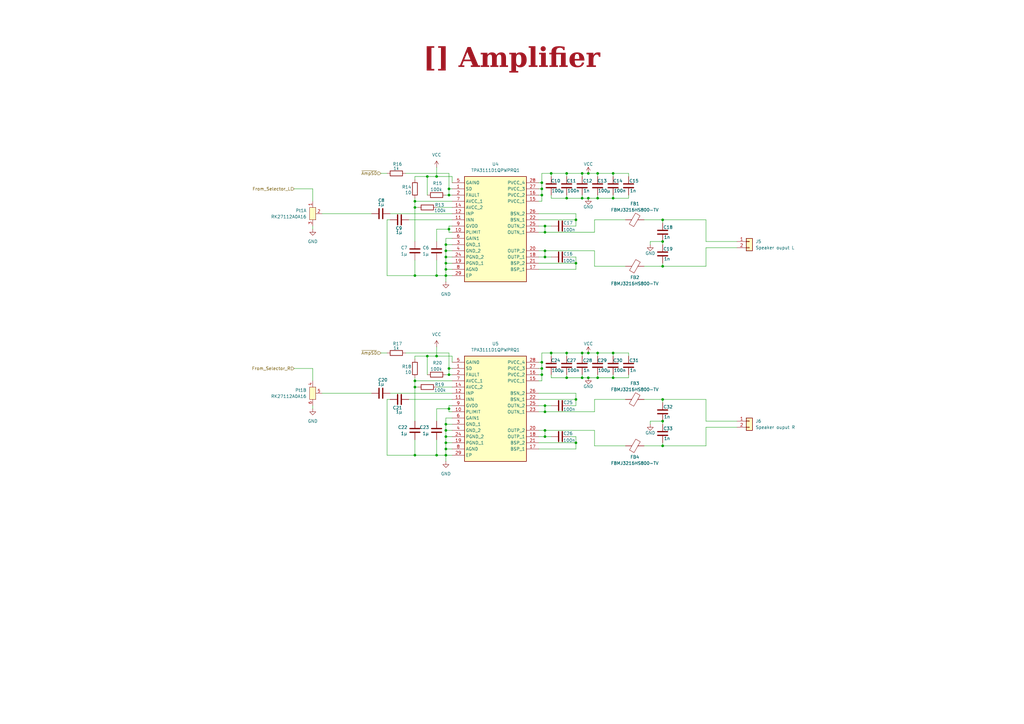
<source format=kicad_sch>
(kicad_sch (version 20231120) (generator "eeschema") (generator_version "8.0")
  (paper "A3")
  (title_block (title "Amplifier") (company "${COMPANY}"))
  (lib_symbols
    (symbol "0 __:RK27112A0A16" (pin_names hide)
      (property "Reference" "Pt" (at 3.302 9.906 0))
      (property "Value" "RK27112A0A16" (at 9.398 7.874 0))
      (symbol "RK27112A0A16_0_1"
        (rectangle (start -1.27 2.54) (end 1.27 -2.54) (fill (type background)))
      )
      (symbol "RK27112A0A16_1_1"
        (pin unspecified line (at 0 5.08 270) (length 2.54) (name "1") (number "1"))
        (pin unspecified line (at 3.81 0 180) (length 2.54) (name "2") (number "2"))
        (pin unspecified line (at 0 -5.08 90) (length 2.54) (name "3") (number "3"))
      )
      (symbol "RK27112A0A16_2_1"
        (pin unspecified line (at 0 5.08 270) (length 2.54) (name "4") (number "4"))
        (pin unspecified line (at 3.81 0 180) (length 2.54) (name "5") (number "5"))
        (pin unspecified line (at 0 -5.08 90) (length 2.54) (name "6") (number "6"))
      )
    )
    (symbol "0 __:TPA3111D1QPWPRQ1"
      (property "Reference" "U" (at 31.75 7.62 0))
      (property "Value" "TPA3111D1QPWPRQ1" (at 31.75 5.08 0))
      (symbol "TPA3111D1QPWPRQ1_1_1"
        (rectangle (start 5.08 2.54) (end 30.48 -40.64) (stroke (width 0.254)) (fill (type background)))
        (pin passive line (at 0 -2.54 0) (length 5.08) (name "SD") (number "1"))
        (pin passive line (at 0 -20.32 0) (length 5.08) (name "PLIMIT") (number "10"))
        (pin passive line (at 0 -15.24 0) (length 5.08) (name "INN") (number "11"))
        (pin passive line (at 0 -12.7 0) (length 5.08) (name "INP") (number "12"))
        (pin passive line (at 0 -10.16 0) (length 5.08) (name "AVCC_2") (number "14"))
        (pin passive line (at 35.56 -7.62 180) (length 5.08) (name "PVCC_1") (number "15"))
        (pin passive line (at 35.56 -5.08 180) (length 5.08) (name "PVCC_2") (number "16"))
        (pin passive line (at 35.56 -35.56 180) (length 5.08) (name "BSP_1") (number "17"))
        (pin passive line (at 35.56 -30.48 180) (length 5.08) (name "OUTP_1") (number "18"))
        (pin passive line (at 0 -33.02 0) (length 5.08) (name "PGND_1") (number "19"))
        (pin passive line (at 0 -5.08 0) (length 5.08) (name "FAULT") (number "2"))
        (pin passive line (at 35.56 -27.94 180) (length 5.08) (name "OUTP_2") (number "20"))
        (pin passive line (at 35.56 -33.02 180) (length 5.08) (name "BSP_2") (number "21"))
        (pin passive line (at 35.56 -15.24 180) (length 5.08) (name "BSN_1") (number "22"))
        (pin passive line (at 35.56 -20.32 180) (length 5.08) (name "OUTN_1") (number "23"))
        (pin passive line (at 0 -30.48 0) (length 5.08) (name "PGND_2") (number "24"))
        (pin passive line (at 35.56 -17.78 180) (length 5.08) (name "OUTN_2") (number "25"))
        (pin passive line (at 35.56 -12.7 180) (length 5.08) (name "BSN_2") (number "26"))
        (pin passive line (at 35.56 -2.54 180) (length 5.08) (name "PVCC_3") (number "27"))
        (pin passive line (at 35.56 0 180) (length 5.08) (name "PVCC_4") (number "28"))
        (pin passive line (at 0 -38.1 0) (length 5.08) (name "EP") (number "29"))
        (pin passive line (at 0 -25.4 0) (length 5.08) (name "GND_1") (number "3"))
        (pin passive line (at 0 -27.94 0) (length 5.08) (name "GND_2") (number "4"))
        (pin passive line (at 0 0 0) (length 5.08) (name "GAIN0") (number "5"))
        (pin passive line (at 0 -22.86 0) (length 5.08) (name "GAIN1") (number "6"))
        (pin passive line (at 0 -7.62 0) (length 5.08) (name "AVCC_1") (number "7"))
        (pin passive line (at 0 -35.56 0) (length 5.08) (name "AGND") (number "8"))
        (pin passive line (at 0 -17.78 0) (length 5.08) (name "GVDD") (number "9"))
      )
    )
    (symbol "Connector_Generic:Conn_01x02" (pin_names (offset 1.016) hide)
      (property "Reference" "J" (at 0 2.54 0))
      (property "Value" "Conn_01x02" (at 0 -5.08 0))
      (symbol "Conn_01x02_1_1"
        (rectangle (start -1.27 -2.413) (end 0 -2.667) (stroke (width 0.1524)))
        (rectangle (start -1.27 0.127) (end 0 -0.127) (stroke (width 0.1524)))
        (rectangle (start -1.27 1.27) (end 1.27 -3.81) (stroke (width 0.254)) (fill (type background)))
        (pin passive line (at -5.08 0 0) (length 3.81) (name "Pin_1") (number "1"))
        (pin passive line (at -5.08 -2.54 0) (length 3.81) (name "Pin_2") (number "2"))
      )
    )
    (symbol "Device:C" (pin_numbers hide) (pin_names (offset 0.254))
      (property "Reference" "C" (at 0.635 2.54 0))
      (property "Value" "C" (at 0.635 -2.54 0))
      (symbol "C_0_1"
        (polyline (pts (xy -2.032 -0.762) (xy 2.032 -0.762)) (stroke (width 0.508)))
        (polyline (pts (xy -2.032 0.762) (xy 2.032 0.762)) (stroke (width 0.508)))
      )
      (symbol "C_1_1"
        (pin passive line (at 0 3.81 270) (length 2.794) (name "~") (number "1"))
        (pin passive line (at 0 -3.81 90) (length 2.794) (name "~") (number "2"))
      )
    )
    (symbol "Device:FerriteBead" (pin_numbers hide) (pin_names (offset 0))
      (property "Reference" "FB" (at -3.81 0.635 90))
      (property "Value" "FerriteBead" (at 3.81 0 90))
      (symbol "FerriteBead_0_1"
        (polyline (pts (xy 0 -1.27) (xy 0 -1.2192)))
        (polyline (pts (xy 0 1.27) (xy 0 1.2954)))
        (polyline (pts (xy -2.7686 0.4064) (xy -1.7018 2.2606) (xy 2.7686 -0.3048) (xy 1.6764 -2.159) (xy -2.7686 0.4064)))
      )
      (symbol "FerriteBead_1_1"
        (pin passive line (at 0 3.81 270) (length 2.54) (name "~") (number "1"))
        (pin passive line (at 0 -3.81 90) (length 2.54) (name "~") (number "2"))
      )
    )
    (symbol "Device:R" (pin_numbers hide) (pin_names (offset 0))
      (property "Reference" "R" (at 2.032 0 90))
      (property "Value" "R" (at 0 0 90))
      (symbol "R_0_1"
        (rectangle (start -1.016 -2.54) (end 1.016 2.54) (stroke (width 0.254)))
      )
      (symbol "R_1_1"
        (pin passive line (at 0 3.81 270) (length 1.27) (name "~") (number "1"))
        (pin passive line (at 0 -3.81 90) (length 1.27) (name "~") (number "2"))
      )
    )
    (symbol "power:GND" (power) (pin_numbers hide) (pin_names (offset 0) hide)
      (property "Value" "GND" (at 0 -3.81 0))
      (symbol "GND_0_1"
        (polyline (pts (xy 0 0) (xy 0 -1.27) (xy 1.27 -1.27) (xy 0 -2.54) (xy -1.27 -1.27) (xy 0 -1.27)))
      )
      (symbol "GND_1_1"
        (pin power_in line (at 0 0 270) (length 0) (name "~") (number "1"))
      )
    )
    (symbol "power:VCC" (power) (pin_numbers hide) (pin_names (offset 0) hide)
      (property "Value" "VCC" (at 0 3.556 0))
      (symbol "VCC_0_1"
        (polyline (pts (xy -0.762 1.27) (xy 0 2.54)))
        (polyline (pts (xy 0 0) (xy 0 2.54)))
        (polyline (pts (xy 0 2.54) (xy 0.762 1.27)))
      )
      (symbol "VCC_1_1"
        (pin power_in line (at 0 0 90) (length 0) (name "~") (number "1"))
      )
    )
  )
  (junction (at 251.46 71.12))
  (junction (at 182.88 110.49))
  (junction (at 251.46 144.78))
  (junction (at 184.15 151.13))
  (junction (at 182.88 184.15))
  (junction (at 245.11 144.78))
  (junction (at 223.52 176.53))
  (junction (at 170.18 85.09))
  (junction (at 251.46 81.28))
  (junction (at 271.78 90.17))
  (junction (at 182.88 186.69))
  (junction (at 241.3 144.78))
  (junction (at 236.22 181.61))
  (junction (at 182.88 179.07))
  (junction (at 179.07 72.39))
  (junction (at 271.78 182.88))
  (junction (at 232.41 154.94))
  (junction (at 232.41 71.12))
  (junction (at 182.88 181.61))
  (junction (at 271.78 172.72))
  (junction (at 223.52 95.25))
  (junction (at 179.07 186.69))
  (junction (at 170.18 82.55))
  (junction (at 182.88 100.33))
  (junction (at 184.15 93.98))
  (junction (at 182.88 107.95))
  (junction (at 222.25 148.59))
  (junction (at 222.25 80.01))
  (junction (at 182.88 173.99))
  (junction (at 222.25 151.13))
  (junction (at 238.76 154.94))
  (junction (at 271.78 109.22))
  (junction (at 175.26 146.05))
  (junction (at 184.15 167.64))
  (junction (at 238.76 81.28))
  (junction (at 236.22 90.17))
  (junction (at 170.18 113.03))
  (junction (at 241.3 154.94))
  (junction (at 245.11 154.94))
  (junction (at 226.06 71.12))
  (junction (at 170.18 158.75))
  (junction (at 232.41 144.78))
  (junction (at 175.26 72.39))
  (junction (at 179.07 146.05))
  (junction (at 182.88 176.53))
  (junction (at 182.88 105.41))
  (junction (at 170.18 186.69))
  (junction (at 232.41 81.28))
  (junction (at 222.25 153.67))
  (junction (at 223.52 102.87))
  (junction (at 184.15 80.01))
  (junction (at 245.11 71.12))
  (junction (at 236.22 107.95))
  (junction (at 170.18 156.21))
  (junction (at 241.3 81.28))
  (junction (at 223.52 92.71))
  (junction (at 222.25 77.47))
  (junction (at 271.78 163.83))
  (junction (at 179.07 113.03))
  (junction (at 182.88 102.87))
  (junction (at 245.11 81.28))
  (junction (at 238.76 71.12))
  (junction (at 223.52 105.41))
  (junction (at 184.15 153.67))
  (junction (at 184.15 77.47))
  (junction (at 222.25 74.93))
  (junction (at 236.22 163.83))
  (junction (at 241.3 71.12))
  (junction (at 182.88 113.03))
  (junction (at 271.78 99.06))
  (junction (at 251.46 154.94))
  (junction (at 223.52 179.07))
  (junction (at 238.76 144.78))
  (junction (at 226.06 144.78))
  (junction (at 223.52 168.91))
  (junction (at 223.52 166.37))
  (wire (pts (xy 182.88 184.15) (xy 185.42 184.15)))
  (wire (pts (xy 245.11 154.94) (xy 251.46 154.94)))
  (wire (pts (xy 271.78 90.17) (xy 271.78 91.44)))
  (wire (pts (xy 182.88 105.41) (xy 185.42 105.41)))
  (wire (pts (xy 302.26 99.06) (xy 289.56 99.06)))
  (wire (pts (xy 223.52 95.25) (xy 223.52 92.71)))
  (wire (pts (xy 175.26 72.39) (xy 179.07 72.39)))
  (wire (pts (xy 185.42 156.21) (xy 170.18 156.21)))
  (wire (pts (xy 251.46 71.12) (xy 257.81 71.12)))
  (wire (pts (xy 170.18 82.55) (xy 170.18 85.09)))
  (wire (pts (xy 222.25 153.67) (xy 222.25 151.13)))
  (wire (pts (xy 226.06 80.01) (xy 226.06 81.28)))
  (wire (pts (xy 238.76 80.01) (xy 238.76 81.28)))
  (wire (pts (xy 236.22 184.15) (xy 236.22 181.61)))
  (wire (pts (xy 170.18 85.09) (xy 171.45 85.09)))
  (wire (pts (xy 232.41 81.28) (xy 238.76 81.28)))
  (wire (pts (xy 184.15 92.71) (xy 184.15 93.98)))
  (wire (pts (xy 179.07 106.68) (xy 179.07 113.03)))
  (wire (pts (xy 232.41 71.12) (xy 238.76 71.12)))
  (wire (pts (xy 184.15 151.13) (xy 184.15 153.67)))
  (wire (pts (xy 220.98 87.63) (xy 236.22 87.63)))
  (wire (pts (xy 238.76 144.78) (xy 238.76 146.05)))
  (wire (pts (xy 184.15 93.98) (xy 184.15 95.25)))
  (wire (pts (xy 160.02 161.29) (xy 185.42 161.29)))
  (wire (pts (xy 182.88 176.53) (xy 185.42 176.53)))
  (wire (pts (xy 264.16 163.83) (xy 271.78 163.83)))
  (wire (pts (xy 170.18 113.03) (xy 179.07 113.03)))
  (wire (pts (xy 251.46 81.28) (xy 257.81 81.28)))
  (wire (pts (xy 160.02 163.83) (xy 158.75 163.83)))
  (wire (pts (xy 264.16 182.88) (xy 271.78 182.88)))
  (wire (pts (xy 156.21 144.78) (xy 158.75 144.78)))
  (wire (pts (xy 220.98 168.91) (xy 223.52 168.91)))
  (wire (pts (xy 238.76 81.28) (xy 241.3 81.28)))
  (wire (pts (xy 256.54 182.88) (xy 243.84 182.88)))
  (wire (pts (xy 167.64 90.17) (xy 185.42 90.17)))
  (wire (pts (xy 220.98 77.47) (xy 222.25 77.47)))
  (wire (pts (xy 170.18 146.05) (xy 175.26 146.05)))
  (wire (pts (xy 241.3 144.78) (xy 245.11 144.78)))
  (wire (pts (xy 256.54 163.83) (xy 243.84 163.83)))
  (wire (pts (xy 289.56 99.06) (xy 289.56 90.17)))
  (wire (pts (xy 220.98 105.41) (xy 223.52 105.41)))
  (wire (pts (xy 184.15 77.47) (xy 184.15 80.01)))
  (wire (pts (xy 132.08 161.29) (xy 152.4 161.29)))
  (wire (pts (xy 179.07 68.58) (xy 179.07 72.39)))
  (wire (pts (xy 243.84 168.91) (xy 223.52 168.91)))
  (wire (pts (xy 128.27 92.71) (xy 128.27 93.98)))
  (wire (pts (xy 222.25 144.78) (xy 226.06 144.78)))
  (wire (pts (xy 184.15 144.78) (xy 184.15 151.13)))
  (wire (pts (xy 245.11 81.28) (xy 251.46 81.28)))
  (wire (pts (xy 179.07 158.75) (xy 185.42 158.75)))
  (wire (pts (xy 243.84 95.25) (xy 223.52 95.25)))
  (wire (pts (xy 158.75 90.17) (xy 158.75 113.03)))
  (wire (pts (xy 182.88 97.79) (xy 182.88 100.33)))
  (wire (pts (xy 179.07 113.03) (xy 182.88 113.03)))
  (wire (pts (xy 179.07 93.98) (xy 184.15 93.98)))
  (wire (pts (xy 245.11 80.01) (xy 245.11 81.28)))
  (wire (pts (xy 289.56 172.72) (xy 289.56 163.83)))
  (wire (pts (xy 182.88 100.33) (xy 182.88 102.87)))
  (wire (pts (xy 222.25 148.59) (xy 222.25 144.78)))
  (wire (pts (xy 182.88 110.49) (xy 182.88 107.95)))
  (wire (pts (xy 243.84 182.88) (xy 243.84 176.53)))
  (wire (pts (xy 185.42 171.45) (xy 182.88 171.45)))
  (wire (pts (xy 182.88 176.53) (xy 182.88 179.07)))
  (wire (pts (xy 302.26 172.72) (xy 289.56 172.72)))
  (wire (pts (xy 220.98 110.49) (xy 236.22 110.49)))
  (wire (pts (xy 238.76 154.94) (xy 241.3 154.94)))
  (wire (pts (xy 220.98 80.01) (xy 222.25 80.01)))
  (wire (pts (xy 179.07 167.64) (xy 184.15 167.64)))
  (wire (pts (xy 182.88 173.99) (xy 182.88 176.53)))
  (wire (pts (xy 236.22 107.95) (xy 236.22 105.41)))
  (wire (pts (xy 185.42 173.99) (xy 182.88 173.99)))
  (wire (pts (xy 241.3 71.12) (xy 245.11 71.12)))
  (wire (pts (xy 226.06 153.67) (xy 226.06 154.94)))
  (wire (pts (xy 170.18 73.66) (xy 170.18 72.39)))
  (wire (pts (xy 170.18 180.34) (xy 170.18 186.69)))
  (wire (pts (xy 257.81 144.78) (xy 257.81 146.05)))
  (wire (pts (xy 222.25 82.55) (xy 222.25 80.01)))
  (wire (pts (xy 251.46 144.78) (xy 257.81 144.78)))
  (wire (pts (xy 222.25 77.47) (xy 222.25 74.93)))
  (wire (pts (xy 160.02 90.17) (xy 158.75 90.17)))
  (wire (pts (xy 256.54 90.17) (xy 243.84 90.17)))
  (wire (pts (xy 232.41 71.12) (xy 232.41 72.39)))
  (wire (pts (xy 232.41 144.78) (xy 232.41 146.05)))
  (wire (pts (xy 179.07 167.64) (xy 179.07 172.72)))
  (wire (pts (xy 266.7 172.72) (xy 271.78 172.72)))
  (wire (pts (xy 223.52 179.07) (xy 226.06 179.07)))
  (wire (pts (xy 184.15 92.71) (xy 185.42 92.71)))
  (wire (pts (xy 223.52 176.53) (xy 223.52 179.07)))
  (wire (pts (xy 243.84 109.22) (xy 243.84 102.87)))
  (wire (pts (xy 185.42 97.79) (xy 182.88 97.79)))
  (wire (pts (xy 184.15 71.12) (xy 184.15 77.47)))
  (wire (pts (xy 226.06 81.28) (xy 232.41 81.28)))
  (wire (pts (xy 120.65 77.47) (xy 128.27 77.47)))
  (wire (pts (xy 170.18 186.69) (xy 179.07 186.69)))
  (wire (pts (xy 245.11 71.12) (xy 245.11 72.39)))
  (wire (pts (xy 170.18 154.94) (xy 170.18 156.21)))
  (wire (pts (xy 223.52 166.37) (xy 226.06 166.37)))
  (wire (pts (xy 184.15 166.37) (xy 185.42 166.37)))
  (wire (pts (xy 223.52 102.87) (xy 223.52 105.41)))
  (wire (pts (xy 182.88 184.15) (xy 182.88 181.61)))
  (wire (pts (xy 222.25 71.12) (xy 226.06 71.12)))
  (wire (pts (xy 223.52 105.41) (xy 226.06 105.41)))
  (wire (pts (xy 266.7 99.06) (xy 271.78 99.06)))
  (wire (pts (xy 170.18 106.68) (xy 170.18 113.03)))
  (wire (pts (xy 233.68 166.37) (xy 236.22 166.37)))
  (wire (pts (xy 220.98 102.87) (xy 223.52 102.87)))
  (wire (pts (xy 220.98 151.13) (xy 222.25 151.13)))
  (wire (pts (xy 184.15 167.64) (xy 184.15 168.91)))
  (wire (pts (xy 271.78 172.72) (xy 271.78 173.99)))
  (wire (pts (xy 184.15 166.37) (xy 184.15 167.64)))
  (wire (pts (xy 179.07 142.24) (xy 179.07 146.05)))
  (wire (pts (xy 220.98 161.29) (xy 236.22 161.29)))
  (wire (pts (xy 251.46 144.78) (xy 251.46 146.05)))
  (wire (pts (xy 185.42 77.47) (xy 184.15 77.47)))
  (wire (pts (xy 132.08 87.63) (xy 152.4 87.63)))
  (wire (pts (xy 170.18 72.39) (xy 175.26 72.39)))
  (wire (pts (xy 232.41 154.94) (xy 238.76 154.94)))
  (wire (pts (xy 223.52 168.91) (xy 223.52 166.37)))
  (wire (pts (xy 241.3 81.28) (xy 245.11 81.28)))
  (wire (pts (xy 226.06 154.94) (xy 232.41 154.94)))
  (wire (pts (xy 289.56 175.26) (xy 289.56 182.88)))
  (wire (pts (xy 220.98 156.21) (xy 222.25 156.21)))
  (wire (pts (xy 251.46 153.67) (xy 251.46 154.94)))
  (wire (pts (xy 185.42 95.25) (xy 184.15 95.25)))
  (wire (pts (xy 232.41 153.67) (xy 232.41 154.94)))
  (wire (pts (xy 243.84 102.87) (xy 223.52 102.87)))
  (wire (pts (xy 236.22 92.71) (xy 236.22 90.17)))
  (wire (pts (xy 158.75 113.03) (xy 170.18 113.03)))
  (wire (pts (xy 170.18 99.06) (xy 170.18 85.09)))
  (wire (pts (xy 182.88 113.03) (xy 182.88 115.57)))
  (wire (pts (xy 257.81 71.12) (xy 257.81 72.39)))
  (wire (pts (xy 179.07 72.39) (xy 185.42 72.39)))
  (wire (pts (xy 182.88 186.69) (xy 185.42 186.69)))
  (wire (pts (xy 185.42 151.13) (xy 184.15 151.13)))
  (wire (pts (xy 179.07 186.69) (xy 182.88 186.69)))
  (wire (pts (xy 185.42 100.33) (xy 182.88 100.33)))
  (wire (pts (xy 182.88 179.07) (xy 185.42 179.07)))
  (wire (pts (xy 170.18 172.72) (xy 170.18 158.75)))
  (wire (pts (xy 245.11 144.78) (xy 245.11 146.05)))
  (wire (pts (xy 233.68 92.71) (xy 236.22 92.71)))
  (wire (pts (xy 243.84 176.53) (xy 223.52 176.53)))
  (wire (pts (xy 245.11 144.78) (xy 251.46 144.78)))
  (wire (pts (xy 238.76 71.12) (xy 241.3 71.12)))
  (wire (pts (xy 232.41 80.01) (xy 232.41 81.28)))
  (wire (pts (xy 251.46 71.12) (xy 251.46 72.39)))
  (wire (pts (xy 182.88 186.69) (xy 182.88 184.15)))
  (wire (pts (xy 226.06 144.78) (xy 232.41 144.78)))
  (wire (pts (xy 289.56 182.88) (xy 271.78 182.88)))
  (wire (pts (xy 120.65 151.13) (xy 128.27 151.13)))
  (wire (pts (xy 128.27 166.37) (xy 128.27 167.64)))
  (wire (pts (xy 220.98 166.37) (xy 223.52 166.37)))
  (wire (pts (xy 236.22 163.83) (xy 220.98 163.83)))
  (wire (pts (xy 256.54 109.22) (xy 243.84 109.22)))
  (wire (pts (xy 179.07 146.05) (xy 185.42 146.05)))
  (wire (pts (xy 238.76 153.67) (xy 238.76 154.94)))
  (wire (pts (xy 220.98 82.55) (xy 222.25 82.55)))
  (wire (pts (xy 220.98 184.15) (xy 236.22 184.15)))
  (wire (pts (xy 170.18 156.21) (xy 170.18 158.75)))
  (wire (pts (xy 226.06 144.78) (xy 226.06 146.05)))
  (wire (pts (xy 264.16 109.22) (xy 271.78 109.22)))
  (wire (pts (xy 245.11 71.12) (xy 251.46 71.12)))
  (wire (pts (xy 289.56 163.83) (xy 271.78 163.83)))
  (wire (pts (xy 222.25 156.21) (xy 222.25 153.67)))
  (wire (pts (xy 175.26 153.67) (xy 175.26 146.05)))
  (wire (pts (xy 236.22 181.61) (xy 236.22 179.07)))
  (wire (pts (xy 182.88 102.87) (xy 182.88 105.41)))
  (wire (pts (xy 251.46 80.01) (xy 251.46 81.28)))
  (wire (pts (xy 182.88 171.45) (xy 182.88 173.99)))
  (wire (pts (xy 166.37 71.12) (xy 184.15 71.12)))
  (wire (pts (xy 236.22 90.17) (xy 220.98 90.17)))
  (wire (pts (xy 184.15 80.01) (xy 185.42 80.01)))
  (wire (pts (xy 182.88 181.61) (xy 185.42 181.61)))
  (wire (pts (xy 289.56 90.17) (xy 271.78 90.17)))
  (wire (pts (xy 182.88 107.95) (xy 185.42 107.95)))
  (wire (pts (xy 289.56 175.26) (xy 302.26 175.26)))
  (wire (pts (xy 232.41 144.78) (xy 238.76 144.78)))
  (wire (pts (xy 220.98 92.71) (xy 223.52 92.71)))
  (wire (pts (xy 251.46 154.94) (xy 257.81 154.94)))
  (wire (pts (xy 175.26 146.05) (xy 179.07 146.05)))
  (wire (pts (xy 222.25 74.93) (xy 222.25 71.12)))
  (wire (pts (xy 236.22 166.37) (xy 236.22 163.83)))
  (wire (pts (xy 226.06 71.12) (xy 232.41 71.12)))
  (wire (pts (xy 236.22 161.29) (xy 236.22 163.83)))
  (wire (pts (xy 179.07 85.09) (xy 185.42 85.09)))
  (wire (pts (xy 170.18 147.32) (xy 170.18 146.05)))
  (wire (pts (xy 266.7 100.33) (xy 266.7 99.06)))
  (wire (pts (xy 158.75 163.83) (xy 158.75 186.69)))
  (wire (pts (xy 185.42 82.55) (xy 170.18 82.55)))
  (wire (pts (xy 222.25 151.13) (xy 222.25 148.59)))
  (wire (pts (xy 220.98 153.67) (xy 222.25 153.67)))
  (wire (pts (xy 264.16 90.17) (xy 271.78 90.17)))
  (wire (pts (xy 271.78 182.88) (xy 271.78 181.61)))
  (wire (pts (xy 238.76 71.12) (xy 238.76 72.39)))
  (wire (pts (xy 220.98 181.61) (xy 236.22 181.61)))
  (wire (pts (xy 236.22 105.41) (xy 233.68 105.41)))
  (wire (pts (xy 222.25 80.01) (xy 222.25 77.47)))
  (wire (pts (xy 182.88 113.03) (xy 182.88 110.49)))
  (wire (pts (xy 128.27 151.13) (xy 128.27 156.21)))
  (wire (pts (xy 257.81 81.28) (xy 257.81 80.01)))
  (wire (pts (xy 185.42 72.39) (xy 185.42 74.93)))
  (wire (pts (xy 241.3 154.94) (xy 245.11 154.94)))
  (wire (pts (xy 236.22 87.63) (xy 236.22 90.17)))
  (wire (pts (xy 289.56 101.6) (xy 302.26 101.6)))
  (wire (pts (xy 184.15 153.67) (xy 185.42 153.67)))
  (wire (pts (xy 243.84 163.83) (xy 243.84 168.91)))
  (wire (pts (xy 220.98 107.95) (xy 236.22 107.95)))
  (wire (pts (xy 257.81 154.94) (xy 257.81 153.67)))
  (wire (pts (xy 179.07 180.34) (xy 179.07 186.69)))
  (wire (pts (xy 220.98 95.25) (xy 223.52 95.25)))
  (wire (pts (xy 167.64 163.83) (xy 185.42 163.83)))
  (wire (pts (xy 236.22 179.07) (xy 233.68 179.07)))
  (wire (pts (xy 243.84 90.17) (xy 243.84 95.25)))
  (wire (pts (xy 185.42 146.05) (xy 185.42 148.59)))
  (wire (pts (xy 289.56 109.22) (xy 271.78 109.22)))
  (wire (pts (xy 245.11 153.67) (xy 245.11 154.94)))
  (wire (pts (xy 185.42 168.91) (xy 184.15 168.91)))
  (wire (pts (xy 156.21 71.12) (xy 158.75 71.12)))
  (wire (pts (xy 160.02 87.63) (xy 185.42 87.63)))
  (wire (pts (xy 182.88 110.49) (xy 185.42 110.49)))
  (wire (pts (xy 236.22 110.49) (xy 236.22 107.95)))
  (wire (pts (xy 170.18 81.28) (xy 170.18 82.55)))
  (wire (pts (xy 182.88 105.41) (xy 182.88 107.95)))
  (wire (pts (xy 170.18 158.75) (xy 171.45 158.75)))
  (wire (pts (xy 128.27 77.47) (xy 128.27 82.55)))
  (wire (pts (xy 220.98 179.07) (xy 223.52 179.07)))
  (wire (pts (xy 175.26 80.01) (xy 175.26 72.39)))
  (wire (pts (xy 166.37 144.78) (xy 184.15 144.78)))
  (wire (pts (xy 220.98 176.53) (xy 223.52 176.53)))
  (wire (pts (xy 182.88 102.87) (xy 185.42 102.87)))
  (wire (pts (xy 289.56 101.6) (xy 289.56 109.22)))
  (wire (pts (xy 179.07 93.98) (xy 179.07 99.06)))
  (wire (pts (xy 158.75 186.69) (xy 170.18 186.69)))
  (wire (pts (xy 182.88 113.03) (xy 185.42 113.03)))
  (wire (pts (xy 271.78 109.22) (xy 271.78 107.95)))
  (wire (pts (xy 220.98 74.93) (xy 222.25 74.93)))
  (wire (pts (xy 238.76 144.78) (xy 241.3 144.78)))
  (wire (pts (xy 182.88 179.07) (xy 182.88 181.61)))
  (wire (pts (xy 182.88 80.01) (xy 184.15 80.01)))
  (wire (pts (xy 271.78 99.06) (xy 271.78 100.33)))
  (wire (pts (xy 266.7 173.99) (xy 266.7 172.72)))
  (wire (pts (xy 226.06 71.12) (xy 226.06 72.39)))
  (wire (pts (xy 223.52 92.71) (xy 226.06 92.71)))
  (wire (pts (xy 182.88 153.67) (xy 184.15 153.67)))
  (wire (pts (xy 220.98 148.59) (xy 222.25 148.59)))
  (wire (pts (xy 271.78 163.83) (xy 271.78 165.1)))
  (wire (pts (xy 182.88 186.69) (xy 182.88 189.23)))
  (text_box "[${#}] ${TITLE}" (at 12.065 17.78 0) (size 395.605 12.7) (stroke (width -0.0001)) (effects (font (size 8 8) (thickness 1.2) (bold yes))))
  (hierarchical_label "~{AmpSD}" (shape input) (at 156.21 71.12 180))
  (hierarchical_label "From_Selector_R" (shape input) (at 120.65 151.13 180))
  (hierarchical_label "~{AmpSD}" (shape input) (at 156.21 144.78 180))
  (hierarchical_label "From_Selector_L" (shape input) (at 120.65 77.47 180))
  (symbol (lib_id "power:GND") (at 182.88 115.57 0) (unit 1)
    (property "Reference" "#PWR025" (effects (hide yes)))
    (property "Value" "GND" (at 182.88 120.65 0))
    (property "Description" "Power symbol creates a global label with name \"GND\" , ground" (effects (hide yes)))
  )
  (symbol (lib_id "Device:FerriteBead") (at 260.35 182.88 270) (unit 1)
    (property "Reference" "FB4" (at 260.35 187.452 90))
    (property "Value" "FBMJ3216HS800-TV" (at 260.35 189.992 90))
    (property "Datasheet" "https://www.lcsc.com/datasheet/lcsc_datasheet_2309051352_Taiyo-Yuden-FBMJ3216HS800-TV_C2661525.pdf" (effects (hide yes)))
    (property "Description" "Ferrite bead" (effects (hide yes)))
    (property "LCSC" "C2661525" (effects (hide yes)))
  )
  (symbol (lib_id "Device:C") (at 229.87 179.07 270) (unit 1)
    (property "Reference" "C26" (at 234.95 177.8 90) (effects (justify right)))
    (property "Value" "100n" (at 235.966 180.594 90) (effects (justify right)))
    (property "Description" "Unpolarized capacitor" (effects (hide yes)))
  )
  (symbol (lib_id "Device:R") (at 162.56 71.12 270) (mirror x) (unit 1)
    (property "Reference" "R16" (at 161.036 67.31 90) (effects (justify left)))
    (property "Value" "1k" (at 161.29 69.088 90) (effects (justify left)))
    (property "Description" "Resistor" (effects (hide yes)))
  )
  (symbol (lib_id "power:VCC") (at 179.07 142.24 0) (unit 1)
    (property "Reference" "#PWR031" (effects (hide yes)))
    (property "Value" "VCC" (at 179.07 137.16 0))
    (property "Description" "Power symbol creates a global label with name \"VCC\"" (effects (hide yes)))
  )
  (symbol (lib_id "Device:R") (at 179.07 153.67 90) (mirror x) (unit 1)
    (property "Reference" "R20" (at 181.356 148.844 90) (effects (justify left)))
    (property "Value" "100k" (at 181.356 151.384 90) (effects (justify left)))
    (property "Description" "Resistor" (effects (hide yes)))
  )
  (symbol (lib_id "Device:C") (at 229.87 92.71 270) (unit 1)
    (property "Reference" "C17" (at 234.95 91.44 90) (effects (justify right)))
    (property "Value" "100n" (at 235.966 94.234 90) (effects (justify right)))
    (property "Description" "Unpolarized capacitor" (effects (hide yes)))
  )
  (symbol (lib_id "Device:R") (at 175.26 158.75 270) (mirror x) (unit 1)
    (property "Reference" "R19" (at 178.308 157.734 90) (effects (justify left)))
    (property "Value" "100k" (at 178.054 160.02 90) (effects (justify left)))
    (property "Description" "Resistor" (effects (hide yes)))
  )
  (symbol (lib_id "power:GND") (at 182.88 189.23 0) (unit 1)
    (property "Reference" "#PWR032" (effects (hide yes)))
    (property "Value" "GND" (at 182.88 194.31 0))
    (property "Description" "Power symbol creates a global label with name \"GND\" , ground" (effects (hide yes)))
  )
  (symbol (lib_id "Device:C") (at 251.46 76.2 180) (unit 1)
    (property "Reference" "C14" (at 251.46 74.168 0) (effects (justify right)))
    (property "Value" "100n" (at 251.714 78.232 0) (effects (justify right)))
    (property "Description" "Unpolarized capacitor" (effects (hide yes)))
  )
  (symbol (lib_id "Device:C") (at 257.81 76.2 180) (unit 1)
    (property "Reference" "C15" (at 258.064 74.168 0) (effects (justify right)))
    (property "Value" "1n" (at 258.318 78.232 0) (effects (justify right)))
    (property "Description" "Unpolarized capacitor" (effects (hide yes)))
  )
  (symbol (lib_id "Device:R") (at 175.26 85.09 270) (mirror x) (unit 1)
    (property "Reference" "R13" (at 178.308 84.074 90) (effects (justify left)))
    (property "Value" "100k" (at 178.054 86.36 90) (effects (justify left)))
    (property "Description" "Resistor" (effects (hide yes)))
  )
  (symbol (lib_id "Device:C") (at 271.78 95.25 180) (unit 1)
    (property "Reference" "C18" (at 272.034 93.218 0) (effects (justify right)))
    (property "Value" "1n" (at 272.288 97.282 0) (effects (justify right)))
    (property "Description" "Unpolarized capacitor" (effects (hide yes)))
  )
  (symbol (lib_id "Device:FerriteBead") (at 260.35 163.83 90) (unit 1)
    (property "Reference" "FB3" (at 260.35 157.226 90))
    (property "Value" "FBMJ3216HS800-TV" (at 260.35 159.766 90))
    (property "Datasheet" "https://www.lcsc.com/datasheet/lcsc_datasheet_2309051352_Taiyo-Yuden-FBMJ3216HS800-TV_C2661525.pdf" (effects (hide yes)))
    (property "Description" "Ferrite bead" (effects (hide yes)))
    (property "LCSC" "C2661525" (effects (hide yes)))
  )
  (symbol (lib_id "power:GND") (at 241.3 81.28 0) (unit 1)
    (property "Reference" "#PWR027" (effects (hide yes)))
    (property "Value" "GND" (at 241.3 84.836 0))
    (property "Description" "Power symbol creates a global label with name \"GND\" , ground" (effects (hide yes)))
  )
  (symbol (lib_id "Device:FerriteBead") (at 260.35 109.22 270) (unit 1)
    (property "Reference" "FB2" (at 260.35 113.792 90))
    (property "Value" "FBMJ3216HS800-TV" (at 260.35 116.332 90))
    (property "Datasheet" "https://www.lcsc.com/datasheet/lcsc_datasheet_2309051352_Taiyo-Yuden-FBMJ3216HS800-TV_C2661525.pdf" (effects (hide yes)))
    (property "Description" "Ferrite bead" (effects (hide yes)))
    (property "LCSC" "C2661525" (effects (hide yes)))
  )
  (symbol (lib_id "Device:C") (at 170.18 102.87 0) (mirror x) (unit 1)
    (property "Reference" "C7" (at 167.132 101.6 0) (effects (justify right)))
    (property "Value" "1µ" (at 167.132 104.14 0) (effects (justify right)))
    (property "Description" "Unpolarized capacitor" (effects (hide yes)))
  )
  (symbol (lib_id "Device:C") (at 232.41 76.2 180) (unit 1)
    (property "Reference" "C11" (at 232.41 74.168 0) (effects (justify right)))
    (property "Value" "100n" (at 232.664 78.232 0) (effects (justify right)))
    (property "Description" "Unpolarized capacitor" (effects (hide yes)))
  )
  (symbol (lib_id "Device:R") (at 162.56 144.78 270) (mirror x) (unit 1)
    (property "Reference" "R17" (at 161.036 140.97 90) (effects (justify left)))
    (property "Value" "1k" (at 161.29 142.748 90) (effects (justify left)))
    (property "Description" "Resistor" (effects (hide yes)))
  )
  (symbol (lib_id "Device:C") (at 170.18 176.53 0) (mirror x) (unit 1)
    (property "Reference" "C22" (at 167.132 175.26 0) (effects (justify right)))
    (property "Value" "1µ" (at 167.132 177.8 0) (effects (justify right)))
    (property "Description" "Unpolarized capacitor" (effects (hide yes)))
  )
  (symbol (lib_id "power:VCC") (at 241.3 144.78 0) (unit 1)
    (property "Reference" "#PWR033" (effects (hide yes)))
    (property "Value" "VCC" (at 241.3 140.97 0))
    (property "Description" "Power symbol creates a global label with name \"VCC\"" (effects (hide yes)))
  )
  (symbol (lib_id "Device:C") (at 179.07 102.87 0) (mirror x) (unit 1)
    (property "Reference" "C6" (at 176.022 101.6 0) (effects (justify right)))
    (property "Value" "1µ" (at 176.022 104.14 0) (effects (justify right)))
    (property "Description" "Unpolarized capacitor" (effects (hide yes)))
  )
  (symbol (lib_id "Connector_Generic:Conn_01x02") (at 307.34 172.72 0) (unit 1)
    (property "Reference" "J6" (at 309.88 172.7199 0) (effects (justify left)))
    (property "Value" "Speaker ouput R" (at 309.88 175.2599 0) (effects (justify left)))
    (property "Description" "Generic connector, single row, 01x02, script generated (kicad-library-utils/schlib/autogen/connector/)" (effects (hide yes)))
  )
  (symbol (lib_id "Device:C") (at 226.06 149.86 0) (mirror x) (unit 1)
    (property "Reference" "C24" (at 229.87 147.828 0) (effects (justify right)))
    (property "Value" "100µ" (at 231.394 151.892 0) (effects (justify right)))
    (property "Description" "Unpolarized capacitor" (effects (hide yes)))
  )
  (symbol (lib_id "Device:C") (at 271.78 177.8 180) (unit 1)
    (property "Reference" "C33" (at 272.034 175.768 0) (effects (justify right)))
    (property "Value" "1n" (at 272.288 179.832 0) (effects (justify right)))
    (property "Description" "Unpolarized capacitor" (effects (hide yes)))
  )
  (symbol (lib_id "Device:C") (at 245.11 149.86 0) (mirror x) (unit 1)
    (property "Reference" "C29" (at 248.92 147.828 0) (effects (justify right)))
    (property "Value" "100µ" (at 250.444 151.892 0) (effects (justify right)))
    (property "Description" "Unpolarized capacitor" (effects (hide yes)))
  )
  (symbol (lib_id "Device:C") (at 229.87 166.37 270) (unit 1)
    (property "Reference" "C25" (at 234.95 165.1 90) (effects (justify right)))
    (property "Value" "100n" (at 235.966 167.894 90) (effects (justify right)))
    (property "Description" "Unpolarized capacitor" (effects (hide yes)))
  )
  (symbol (lib_id "Device:C") (at 229.87 105.41 270) (unit 1)
    (property "Reference" "C16" (at 234.95 104.14 90) (effects (justify right)))
    (property "Value" "100n" (at 235.966 106.934 90) (effects (justify right)))
    (property "Description" "Unpolarized capacitor" (effects (hide yes)))
  )
  (symbol (lib_id "0 __:TPA3111D1QPWPRQ1") (at 185.42 148.59 0) (unit 1)
    (property "Reference" "U5" (at 203.2 140.97 0))
    (property "Value" "TPA3111D1QPWPRQ1" (at 203.2 143.51 0))
    (property "Footprint" "0__:SOP65P640X120-29N" (effects (hide yes)))
    (property "Datasheet" "http://www.ti.com/lit/gpn/tpa3111d1-q1" (effects (hide yes)))
    (property "Description" "Automotive 10W Analog input Mono Class D Amplifier with SpeakerGuard" (effects (hide yes)))
    (property "Height" "1.2" (effects (hide yes)))
    (property "Mouser Part Number" "595-TPA3111D1QPWPRQ1" (effects (hide yes)))
    (property "Mouser Price/Stock" "https://www.mouser.co.uk/ProductDetail/Texas-Instruments/TPA3111D1QPWPRQ1?qs=E2%2FxqS9xjzpMYajBnr%252BWNA%3D%3D" (effects (hide yes)))
    (property "Manufacturer_Name" "Texas Instruments" (effects (hide yes)))
    (property "Manufacturer_Part_Number" "TPA3111D1QPWPRQ1" (effects (hide yes)))
  )
  (symbol (lib_id "Device:C") (at 226.06 76.2 0) (mirror x) (unit 1)
    (property "Reference" "C10" (at 229.87 74.168 0) (effects (justify right)))
    (property "Value" "100µ" (at 231.394 78.232 0) (effects (justify right)))
    (property "Description" "Unpolarized capacitor" (effects (hide yes)))
  )
  (symbol (lib_id "Device:C") (at 271.78 104.14 180) (unit 1)
    (property "Reference" "C19" (at 272.034 102.108 0) (effects (justify right)))
    (property "Value" "1n" (at 272.288 106.172 0) (effects (justify right)))
    (property "Description" "Unpolarized capacitor" (effects (hide yes)))
  )
  (symbol (lib_id "Device:C") (at 179.07 176.53 0) (mirror x) (unit 1)
    (property "Reference" "C23" (at 176.022 175.26 0) (effects (justify right)))
    (property "Value" "1µ" (at 176.022 177.8 0) (effects (justify right)))
    (property "Description" "Unpolarized capacitor" (effects (hide yes)))
  )
  (symbol (lib_id "power:GND") (at 266.7 100.33 0) (unit 1)
    (property "Reference" "#PWR029" (effects (hide yes)))
    (property "Value" "GND" (at 266.7 103.886 0))
    (property "Description" "Power symbol creates a global label with name \"GND\" , ground" (effects (hide yes)))
  )
  (symbol (lib_id "Device:C") (at 163.83 163.83 270) (unit 1)
    (property "Reference" "C21" (at 164.973 167.259 90) (effects (justify right)))
    (property "Value" "1µ" (at 165.1 168.91 90) (effects (justify right)))
    (property "Description" "Unpolarized capacitor" (effects (hide yes)))
  )
  (symbol (lib_id "0 __:RK27112A0A16") (at 128.27 161.29 0) (unit 2)
    (property "Reference" "Pt1" (at 125.73 160.0199 0) (effects (justify right)))
    (property "Value" "RK27112A0A16" (at 125.73 162.5599 0) (effects (justify right)))
    (property "Footprint" "0__:RES-ADJ-TH_RK27112A0A16" (effects (hide yes)))
    (property "LCSC Part" "C470508" (effects (hide yes)))
  )
  (symbol (lib_id "power:GND") (at 241.3 154.94 0) (unit 1)
    (property "Reference" "#PWR034" (effects (hide yes)))
    (property "Value" "GND" (at 241.3 158.496 0))
    (property "Description" "Power symbol creates a global label with name \"GND\" , ground" (effects (hide yes)))
  )
  (symbol (lib_id "Device:C") (at 245.11 76.2 0) (mirror x) (unit 1)
    (property "Reference" "C13" (at 248.92 74.168 0) (effects (justify right)))
    (property "Value" "100µ" (at 250.444 78.232 0) (effects (justify right)))
    (property "Description" "Unpolarized capacitor" (effects (hide yes)))
  )
  (symbol (lib_id "Device:C") (at 156.21 87.63 90) (mirror x) (unit 1)
    (property "Reference" "C8" (at 155.067 82.169 90) (effects (justify right)))
    (property "Value" "1µ" (at 154.94 83.82 90) (effects (justify right)))
    (property "Description" "Unpolarized capacitor" (effects (hide yes)))
  )
  (symbol (lib_id "power:VCC") (at 241.3 71.12 0) (unit 1)
    (property "Reference" "#PWR028" (effects (hide yes)))
    (property "Value" "VCC" (at 241.3 67.31 0))
    (property "Description" "Power symbol creates a global label with name \"VCC\"" (effects (hide yes)))
  )
  (symbol (lib_id "0 __:RK27112A0A16") (at 128.27 87.63 0) (unit 1)
    (property "Reference" "Pt1" (at 125.73 86.3599 0) (effects (justify right)))
    (property "Value" "RK27112A0A16" (at 125.73 88.8999 0) (effects (justify right)))
    (property "Footprint" "0__:RES-ADJ-TH_RK27112A0A16" (effects (hide yes)))
    (property "LCSC Part" "C470508" (effects (hide yes)))
  )
  (symbol (lib_id "Device:R") (at 179.07 80.01 90) (mirror x) (unit 1)
    (property "Reference" "R15" (at 181.356 75.184 90) (effects (justify left)))
    (property "Value" "100k" (at 181.356 77.724 90) (effects (justify left)))
    (property "Description" "Resistor" (effects (hide yes)))
  )
  (symbol (lib_id "power:GND") (at 266.7 173.99 0) (unit 1)
    (property "Reference" "#PWR035" (effects (hide yes)))
    (property "Value" "GND" (at 266.7 177.546 0))
    (property "Description" "Power symbol creates a global label with name \"GND\" , ground" (effects (hide yes)))
  )
  (symbol (lib_id "Device:R") (at 170.18 77.47 0) (mirror x) (unit 1)
    (property "Reference" "R14" (at 164.846 76.708 0) (effects (justify left)))
    (property "Value" "10" (at 166.116 78.994 0) (effects (justify left)))
    (property "Description" "Resistor" (effects (hide yes)))
  )
  (symbol (lib_id "Device:C") (at 232.41 149.86 180) (unit 1)
    (property "Reference" "C27" (at 232.41 147.828 0) (effects (justify right)))
    (property "Value" "100n" (at 232.664 151.892 0) (effects (justify right)))
    (property "Description" "Unpolarized capacitor" (effects (hide yes)))
  )
  (symbol (lib_id "Device:C") (at 156.21 161.29 90) (mirror x) (unit 1)
    (property "Reference" "C20" (at 155.067 155.829 90) (effects (justify right)))
    (property "Value" "1µ" (at 154.94 157.48 90) (effects (justify right)))
    (property "Description" "Unpolarized capacitor" (effects (hide yes)))
  )
  (symbol (lib_id "0 __:TPA3111D1QPWPRQ1") (at 185.42 74.93 0) (unit 1)
    (property "Reference" "U4" (at 203.2 67.31 0))
    (property "Value" "TPA3111D1QPWPRQ1" (at 203.2 69.85 0))
    (property "Footprint" "0__:SOP65P640X120-29N" (effects (hide yes)))
    (property "Datasheet" "http://www.ti.com/lit/gpn/tpa3111d1-q1" (effects (hide yes)))
    (property "Description" "Automotive 10W Analog input Mono Class D Amplifier with SpeakerGuard" (effects (hide yes)))
    (property "Height" "1.2" (effects (hide yes)))
    (property "Mouser Part Number" "595-TPA3111D1QPWPRQ1" (effects (hide yes)))
    (property "Mouser Price/Stock" "https://www.mouser.co.uk/ProductDetail/Texas-Instruments/TPA3111D1QPWPRQ1?qs=E2%2FxqS9xjzpMYajBnr%252BWNA%3D%3D" (effects (hide yes)))
    (property "Manufacturer_Name" "Texas Instruments" (effects (hide yes)))
    (property "Manufacturer_Part_Number" "TPA3111D1QPWPRQ1" (effects (hide yes)))
  )
  (symbol (lib_id "Device:C") (at 238.76 149.86 180) (unit 1)
    (property "Reference" "C28" (at 239.014 147.828 0) (effects (justify right)))
    (property "Value" "1n" (at 239.268 151.892 0) (effects (justify right)))
    (property "Description" "Unpolarized capacitor" (effects (hide yes)))
  )
  (symbol (lib_id "Device:C") (at 251.46 149.86 180) (unit 1)
    (property "Reference" "C30" (at 251.46 147.828 0) (effects (justify right)))
    (property "Value" "100n" (at 251.714 151.892 0) (effects (justify right)))
    (property "Description" "Unpolarized capacitor" (effects (hide yes)))
  )
  (symbol (lib_id "Device:C") (at 257.81 149.86 180) (unit 1)
    (property "Reference" "C31" (at 258.064 147.828 0) (effects (justify right)))
    (property "Value" "1n" (at 258.318 151.892 0) (effects (justify right)))
    (property "Description" "Unpolarized capacitor" (effects (hide yes)))
  )
  (symbol (lib_id "Device:C") (at 271.78 168.91 180) (unit 1)
    (property "Reference" "C32" (at 272.034 166.878 0) (effects (justify right)))
    (property "Value" "1n" (at 272.288 170.942 0) (effects (justify right)))
    (property "Description" "Unpolarized capacitor" (effects (hide yes)))
  )
  (symbol (lib_id "Device:R") (at 170.18 151.13 0) (mirror x) (unit 1)
    (property "Reference" "R18" (at 164.846 150.368 0) (effects (justify left)))
    (property "Value" "10" (at 166.116 152.654 0) (effects (justify left)))
    (property "Description" "Resistor" (effects (hide yes)))
  )
  (symbol (lib_id "power:GND") (at 128.27 93.98 0) (unit 1)
    (property "Reference" "#PWR030" (effects (hide yes)))
    (property "Value" "GND" (at 128.27 99.06 0))
    (property "Description" "Power symbol creates a global label with name \"GND\" , ground" (effects (hide yes)))
  )
  (symbol (lib_id "Device:C") (at 163.83 90.17 270) (unit 1)
    (property "Reference" "C9" (at 164.973 93.599 90) (effects (justify right)))
    (property "Value" "1µ" (at 165.1 95.25 90) (effects (justify right)))
    (property "Description" "Unpolarized capacitor" (effects (hide yes)))
  )
  (symbol (lib_id "Device:FerriteBead") (at 260.35 90.17 90) (unit 1)
    (property "Reference" "FB1" (at 260.35 83.566 90))
    (property "Value" "FBMJ3216HS800-TV" (at 260.35 86.106 90))
    (property "Datasheet" "https://www.lcsc.com/datasheet/lcsc_datasheet_2309051352_Taiyo-Yuden-FBMJ3216HS800-TV_C2661525.pdf" (effects (hide yes)))
    (property "Description" "Ferrite bead" (effects (hide yes)))
    (property "LCSC" "C2661525" (effects (hide yes)))
  )
  (symbol (lib_id "power:GND") (at 128.27 167.64 0) (unit 1)
    (property "Reference" "#PWR036" (effects (hide yes)))
    (property "Value" "GND" (at 128.27 172.72 0))
    (property "Description" "Power symbol creates a global label with name \"GND\" , ground" (effects (hide yes)))
  )
  (symbol (lib_id "power:VCC") (at 179.07 68.58 0) (unit 1)
    (property "Reference" "#PWR026" (effects (hide yes)))
    (property "Value" "VCC" (at 179.07 63.5 0))
    (property "Description" "Power symbol creates a global label with name \"VCC\"" (effects (hide yes)))
  )
  (symbol (lib_id "Connector_Generic:Conn_01x02") (at 307.34 99.06 0) (unit 1)
    (property "Reference" "J5" (at 309.88 99.0599 0) (effects (justify left)))
    (property "Value" "Speaker ouput L" (at 309.88 101.5999 0) (effects (justify left)))
    (property "Description" "Generic connector, single row, 01x02, script generated (kicad-library-utils/schlib/autogen/connector/)" (effects (hide yes)))
  )
  (symbol (lib_id "Device:C") (at 238.76 76.2 180) (unit 1)
    (property "Reference" "C12" (at 239.014 74.168 0) (effects (justify right)))
    (property "Value" "1n" (at 239.268 78.232 0) (effects (justify right)))
    (property "Description" "Unpolarized capacitor" (effects (hide yes)))
  )
)
</source>
